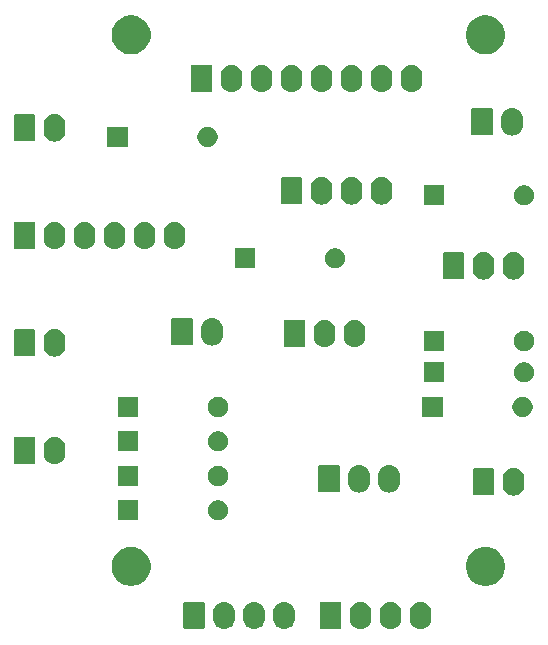
<source format=gbr>
G04 #@! TF.GenerationSoftware,KiCad,Pcbnew,(5.1.5-0-10_14)*
G04 #@! TF.CreationDate,2021-03-15T05:54:54+10:00*
G04 #@! TF.ProjectId,OH - Left Console - 32 - Selective Jettison,4f48202d-204c-4656-9674-20436f6e736f,rev?*
G04 #@! TF.SameCoordinates,Original*
G04 #@! TF.FileFunction,Soldermask,Bot*
G04 #@! TF.FilePolarity,Negative*
%FSLAX46Y46*%
G04 Gerber Fmt 4.6, Leading zero omitted, Abs format (unit mm)*
G04 Created by KiCad (PCBNEW (5.1.5-0-10_14)) date 2021-03-15 05:54:54*
%MOMM*%
%LPD*%
G04 APERTURE LIST*
%ADD10C,0.100000*%
G04 APERTURE END LIST*
D10*
G36*
X88699547Y-115448326D02*
G01*
X88873156Y-115500990D01*
X88873158Y-115500991D01*
X89033155Y-115586511D01*
X89173397Y-115701603D01*
X89252729Y-115798271D01*
X89288489Y-115841844D01*
X89374010Y-116001843D01*
X89426674Y-116175452D01*
X89440000Y-116310756D01*
X89440000Y-116861243D01*
X89426674Y-116996548D01*
X89374010Y-117170157D01*
X89288489Y-117330156D01*
X89252729Y-117373729D01*
X89173397Y-117470397D01*
X89076729Y-117549729D01*
X89033156Y-117585489D01*
X88873157Y-117671010D01*
X88699548Y-117723674D01*
X88519000Y-117741456D01*
X88338453Y-117723674D01*
X88164844Y-117671010D01*
X88004845Y-117585489D01*
X87961272Y-117549729D01*
X87864604Y-117470397D01*
X87749513Y-117330157D01*
X87749512Y-117330155D01*
X87663990Y-117170157D01*
X87611326Y-116996548D01*
X87598000Y-116861244D01*
X87598000Y-116310757D01*
X87611326Y-116175453D01*
X87663990Y-116001844D01*
X87749511Y-115841845D01*
X87749512Y-115841844D01*
X87864603Y-115701603D01*
X87990388Y-115598375D01*
X88004844Y-115586511D01*
X88164843Y-115500990D01*
X88338452Y-115448326D01*
X88519000Y-115430544D01*
X88699547Y-115448326D01*
G37*
G36*
X91239547Y-115448326D02*
G01*
X91413156Y-115500990D01*
X91413158Y-115500991D01*
X91573155Y-115586511D01*
X91713397Y-115701603D01*
X91792729Y-115798271D01*
X91828489Y-115841844D01*
X91914010Y-116001843D01*
X91966674Y-116175452D01*
X91980000Y-116310756D01*
X91980000Y-116861243D01*
X91966674Y-116996548D01*
X91914010Y-117170157D01*
X91828489Y-117330156D01*
X91792729Y-117373729D01*
X91713397Y-117470397D01*
X91616729Y-117549729D01*
X91573156Y-117585489D01*
X91413157Y-117671010D01*
X91239548Y-117723674D01*
X91059000Y-117741456D01*
X90878453Y-117723674D01*
X90704844Y-117671010D01*
X90544845Y-117585489D01*
X90501272Y-117549729D01*
X90404604Y-117470397D01*
X90289513Y-117330157D01*
X90289512Y-117330155D01*
X90203990Y-117170157D01*
X90151326Y-116996548D01*
X90138000Y-116861244D01*
X90138000Y-116310757D01*
X90151326Y-116175453D01*
X90203990Y-116001844D01*
X90289511Y-115841845D01*
X90289512Y-115841844D01*
X90404603Y-115701603D01*
X90530388Y-115598375D01*
X90544844Y-115586511D01*
X90704843Y-115500990D01*
X90878452Y-115448326D01*
X91059000Y-115430544D01*
X91239547Y-115448326D01*
G37*
G36*
X93779547Y-115448326D02*
G01*
X93953156Y-115500990D01*
X93953158Y-115500991D01*
X94113155Y-115586511D01*
X94253397Y-115701603D01*
X94332729Y-115798271D01*
X94368489Y-115841844D01*
X94454010Y-116001843D01*
X94506674Y-116175452D01*
X94520000Y-116310756D01*
X94520000Y-116861243D01*
X94506674Y-116996548D01*
X94454010Y-117170157D01*
X94368489Y-117330156D01*
X94332729Y-117373729D01*
X94253397Y-117470397D01*
X94156729Y-117549729D01*
X94113156Y-117585489D01*
X93953157Y-117671010D01*
X93779548Y-117723674D01*
X93599000Y-117741456D01*
X93418453Y-117723674D01*
X93244844Y-117671010D01*
X93084845Y-117585489D01*
X93041272Y-117549729D01*
X92944604Y-117470397D01*
X92829513Y-117330157D01*
X92829512Y-117330155D01*
X92743990Y-117170157D01*
X92691326Y-116996548D01*
X92678000Y-116861244D01*
X92678000Y-116310757D01*
X92691326Y-116175453D01*
X92743990Y-116001844D01*
X92829511Y-115841845D01*
X92829512Y-115841844D01*
X92944603Y-115701603D01*
X93070388Y-115598375D01*
X93084844Y-115586511D01*
X93244843Y-115500990D01*
X93418452Y-115448326D01*
X93599000Y-115430544D01*
X93779547Y-115448326D01*
G37*
G36*
X100256547Y-115448326D02*
G01*
X100430156Y-115500990D01*
X100430158Y-115500991D01*
X100590155Y-115586511D01*
X100730397Y-115701603D01*
X100809729Y-115798271D01*
X100845489Y-115841844D01*
X100931010Y-116001843D01*
X100983674Y-116175452D01*
X100997000Y-116310756D01*
X100997000Y-116861243D01*
X100983674Y-116996548D01*
X100931010Y-117170157D01*
X100845489Y-117330156D01*
X100809729Y-117373729D01*
X100730397Y-117470397D01*
X100633729Y-117549729D01*
X100590156Y-117585489D01*
X100430157Y-117671010D01*
X100256548Y-117723674D01*
X100076000Y-117741456D01*
X99895453Y-117723674D01*
X99721844Y-117671010D01*
X99561845Y-117585489D01*
X99518272Y-117549729D01*
X99421604Y-117470397D01*
X99306513Y-117330157D01*
X99306512Y-117330155D01*
X99220990Y-117170157D01*
X99168326Y-116996548D01*
X99155000Y-116861244D01*
X99155000Y-116310757D01*
X99168326Y-116175453D01*
X99220990Y-116001844D01*
X99306511Y-115841845D01*
X99306512Y-115841844D01*
X99421603Y-115701603D01*
X99547388Y-115598375D01*
X99561844Y-115586511D01*
X99721843Y-115500990D01*
X99895452Y-115448326D01*
X100076000Y-115430544D01*
X100256547Y-115448326D01*
G37*
G36*
X102796547Y-115448326D02*
G01*
X102970156Y-115500990D01*
X102970158Y-115500991D01*
X103130155Y-115586511D01*
X103270397Y-115701603D01*
X103349729Y-115798271D01*
X103385489Y-115841844D01*
X103471010Y-116001843D01*
X103523674Y-116175452D01*
X103537000Y-116310756D01*
X103537000Y-116861243D01*
X103523674Y-116996548D01*
X103471010Y-117170157D01*
X103385489Y-117330156D01*
X103349729Y-117373729D01*
X103270397Y-117470397D01*
X103173729Y-117549729D01*
X103130156Y-117585489D01*
X102970157Y-117671010D01*
X102796548Y-117723674D01*
X102616000Y-117741456D01*
X102435453Y-117723674D01*
X102261844Y-117671010D01*
X102101845Y-117585489D01*
X102058272Y-117549729D01*
X101961604Y-117470397D01*
X101846513Y-117330157D01*
X101846512Y-117330155D01*
X101760990Y-117170157D01*
X101708326Y-116996548D01*
X101695000Y-116861244D01*
X101695000Y-116310757D01*
X101708326Y-116175453D01*
X101760990Y-116001844D01*
X101846511Y-115841845D01*
X101846512Y-115841844D01*
X101961603Y-115701603D01*
X102087388Y-115598375D01*
X102101844Y-115586511D01*
X102261843Y-115500990D01*
X102435452Y-115448326D01*
X102616000Y-115430544D01*
X102796547Y-115448326D01*
G37*
G36*
X105336547Y-115448326D02*
G01*
X105510156Y-115500990D01*
X105510158Y-115500991D01*
X105670155Y-115586511D01*
X105810397Y-115701603D01*
X105889729Y-115798271D01*
X105925489Y-115841844D01*
X106011010Y-116001843D01*
X106063674Y-116175452D01*
X106077000Y-116310756D01*
X106077000Y-116861243D01*
X106063674Y-116996548D01*
X106011010Y-117170157D01*
X105925489Y-117330156D01*
X105889729Y-117373729D01*
X105810397Y-117470397D01*
X105713729Y-117549729D01*
X105670156Y-117585489D01*
X105510157Y-117671010D01*
X105336548Y-117723674D01*
X105156000Y-117741456D01*
X104975453Y-117723674D01*
X104801844Y-117671010D01*
X104641845Y-117585489D01*
X104598272Y-117549729D01*
X104501604Y-117470397D01*
X104386513Y-117330157D01*
X104386512Y-117330155D01*
X104300990Y-117170157D01*
X104248326Y-116996548D01*
X104235000Y-116861244D01*
X104235000Y-116310757D01*
X104248326Y-116175453D01*
X104300990Y-116001844D01*
X104386511Y-115841845D01*
X104386512Y-115841844D01*
X104501603Y-115701603D01*
X104627388Y-115598375D01*
X104641844Y-115586511D01*
X104801843Y-115500990D01*
X104975452Y-115448326D01*
X105156000Y-115430544D01*
X105336547Y-115448326D01*
G37*
G36*
X98315561Y-115438966D02*
G01*
X98348383Y-115448923D01*
X98378632Y-115465092D01*
X98405148Y-115486852D01*
X98426908Y-115513368D01*
X98443077Y-115543617D01*
X98453034Y-115576439D01*
X98457000Y-115616713D01*
X98457000Y-117555287D01*
X98453034Y-117595561D01*
X98443077Y-117628383D01*
X98426908Y-117658632D01*
X98405148Y-117685148D01*
X98378632Y-117706908D01*
X98348383Y-117723077D01*
X98315561Y-117733034D01*
X98275287Y-117737000D01*
X96796713Y-117737000D01*
X96756439Y-117733034D01*
X96723617Y-117723077D01*
X96693368Y-117706908D01*
X96666852Y-117685148D01*
X96645092Y-117658632D01*
X96628923Y-117628383D01*
X96618966Y-117595561D01*
X96615000Y-117555287D01*
X96615000Y-115616713D01*
X96618966Y-115576439D01*
X96628923Y-115543617D01*
X96645092Y-115513368D01*
X96666852Y-115486852D01*
X96693368Y-115465092D01*
X96723617Y-115448923D01*
X96756439Y-115438966D01*
X96796713Y-115435000D01*
X98275287Y-115435000D01*
X98315561Y-115438966D01*
G37*
G36*
X86758561Y-115438966D02*
G01*
X86791383Y-115448923D01*
X86821632Y-115465092D01*
X86848148Y-115486852D01*
X86869908Y-115513368D01*
X86886077Y-115543617D01*
X86896034Y-115576439D01*
X86900000Y-115616713D01*
X86900000Y-117555287D01*
X86896034Y-117595561D01*
X86886077Y-117628383D01*
X86869908Y-117658632D01*
X86848148Y-117685148D01*
X86821632Y-117706908D01*
X86791383Y-117723077D01*
X86758561Y-117733034D01*
X86718287Y-117737000D01*
X85239713Y-117737000D01*
X85199439Y-117733034D01*
X85166617Y-117723077D01*
X85136368Y-117706908D01*
X85109852Y-117685148D01*
X85088092Y-117658632D01*
X85071923Y-117628383D01*
X85061966Y-117595561D01*
X85058000Y-117555287D01*
X85058000Y-115616713D01*
X85061966Y-115576439D01*
X85071923Y-115543617D01*
X85088092Y-115513368D01*
X85109852Y-115486852D01*
X85136368Y-115465092D01*
X85166617Y-115448923D01*
X85199439Y-115438966D01*
X85239713Y-115435000D01*
X86718287Y-115435000D01*
X86758561Y-115438966D01*
G37*
G36*
X81020256Y-110828298D02*
G01*
X81126579Y-110849447D01*
X81427042Y-110973903D01*
X81697451Y-111154585D01*
X81927415Y-111384549D01*
X82108097Y-111654958D01*
X82232553Y-111955421D01*
X82296000Y-112274391D01*
X82296000Y-112599609D01*
X82232553Y-112918579D01*
X82108097Y-113219042D01*
X81927415Y-113489451D01*
X81697451Y-113719415D01*
X81427042Y-113900097D01*
X81126579Y-114024553D01*
X81020256Y-114045702D01*
X80807611Y-114088000D01*
X80482389Y-114088000D01*
X80269744Y-114045702D01*
X80163421Y-114024553D01*
X79862958Y-113900097D01*
X79592549Y-113719415D01*
X79362585Y-113489451D01*
X79181903Y-113219042D01*
X79057447Y-112918579D01*
X78994000Y-112599609D01*
X78994000Y-112274391D01*
X79057447Y-111955421D01*
X79181903Y-111654958D01*
X79362585Y-111384549D01*
X79592549Y-111154585D01*
X79862958Y-110973903D01*
X80163421Y-110849447D01*
X80269744Y-110828298D01*
X80482389Y-110786000D01*
X80807611Y-110786000D01*
X81020256Y-110828298D01*
G37*
G36*
X111020256Y-110828298D02*
G01*
X111126579Y-110849447D01*
X111427042Y-110973903D01*
X111697451Y-111154585D01*
X111927415Y-111384549D01*
X112108097Y-111654958D01*
X112232553Y-111955421D01*
X112296000Y-112274391D01*
X112296000Y-112599609D01*
X112232553Y-112918579D01*
X112108097Y-113219042D01*
X111927415Y-113489451D01*
X111697451Y-113719415D01*
X111427042Y-113900097D01*
X111126579Y-114024553D01*
X111020256Y-114045702D01*
X110807611Y-114088000D01*
X110482389Y-114088000D01*
X110269744Y-114045702D01*
X110163421Y-114024553D01*
X109862958Y-113900097D01*
X109592549Y-113719415D01*
X109362585Y-113489451D01*
X109181903Y-113219042D01*
X109057447Y-112918579D01*
X108994000Y-112599609D01*
X108994000Y-112274391D01*
X109057447Y-111955421D01*
X109181903Y-111654958D01*
X109362585Y-111384549D01*
X109592549Y-111154585D01*
X109862958Y-110973903D01*
X110163421Y-110849447D01*
X110269744Y-110828298D01*
X110482389Y-110786000D01*
X110807611Y-110786000D01*
X111020256Y-110828298D01*
G37*
G36*
X88259228Y-106877703D02*
G01*
X88414100Y-106941853D01*
X88553481Y-107034985D01*
X88672015Y-107153519D01*
X88765147Y-107292900D01*
X88829297Y-107447772D01*
X88862000Y-107612184D01*
X88862000Y-107779816D01*
X88829297Y-107944228D01*
X88765147Y-108099100D01*
X88672015Y-108238481D01*
X88553481Y-108357015D01*
X88414100Y-108450147D01*
X88259228Y-108514297D01*
X88094816Y-108547000D01*
X87927184Y-108547000D01*
X87762772Y-108514297D01*
X87607900Y-108450147D01*
X87468519Y-108357015D01*
X87349985Y-108238481D01*
X87256853Y-108099100D01*
X87192703Y-107944228D01*
X87160000Y-107779816D01*
X87160000Y-107612184D01*
X87192703Y-107447772D01*
X87256853Y-107292900D01*
X87349985Y-107153519D01*
X87468519Y-107034985D01*
X87607900Y-106941853D01*
X87762772Y-106877703D01*
X87927184Y-106845000D01*
X88094816Y-106845000D01*
X88259228Y-106877703D01*
G37*
G36*
X81242000Y-108547000D02*
G01*
X79540000Y-108547000D01*
X79540000Y-106845000D01*
X81242000Y-106845000D01*
X81242000Y-108547000D01*
G37*
G36*
X113210547Y-104145326D02*
G01*
X113384156Y-104197990D01*
X113384158Y-104197991D01*
X113544155Y-104283511D01*
X113684397Y-104398603D01*
X113722345Y-104444844D01*
X113799489Y-104538844D01*
X113885010Y-104698843D01*
X113937674Y-104872452D01*
X113951000Y-105007756D01*
X113951000Y-105558243D01*
X113937674Y-105693548D01*
X113885010Y-105867157D01*
X113799489Y-106027156D01*
X113770581Y-106062380D01*
X113684397Y-106167397D01*
X113587729Y-106246729D01*
X113544156Y-106282489D01*
X113384157Y-106368010D01*
X113210548Y-106420674D01*
X113030000Y-106438456D01*
X112849453Y-106420674D01*
X112675844Y-106368010D01*
X112515845Y-106282489D01*
X112472272Y-106246729D01*
X112375604Y-106167397D01*
X112260513Y-106027157D01*
X112260512Y-106027155D01*
X112174990Y-105867157D01*
X112122326Y-105693548D01*
X112109000Y-105558244D01*
X112109000Y-105007757D01*
X112122326Y-104872453D01*
X112174990Y-104698844D01*
X112260511Y-104538845D01*
X112270420Y-104526771D01*
X112375603Y-104398603D01*
X112514219Y-104284845D01*
X112515844Y-104283511D01*
X112675843Y-104197990D01*
X112849452Y-104145326D01*
X113030000Y-104127544D01*
X113210547Y-104145326D01*
G37*
G36*
X111269561Y-104135966D02*
G01*
X111302383Y-104145923D01*
X111332632Y-104162092D01*
X111359148Y-104183852D01*
X111380908Y-104210368D01*
X111397077Y-104240617D01*
X111407034Y-104273439D01*
X111411000Y-104313713D01*
X111411000Y-106252287D01*
X111407034Y-106292561D01*
X111397077Y-106325383D01*
X111380908Y-106355632D01*
X111359148Y-106382148D01*
X111332632Y-106403908D01*
X111302383Y-106420077D01*
X111269561Y-106430034D01*
X111229287Y-106434000D01*
X109750713Y-106434000D01*
X109710439Y-106430034D01*
X109677617Y-106420077D01*
X109647368Y-106403908D01*
X109620852Y-106382148D01*
X109599092Y-106355632D01*
X109582923Y-106325383D01*
X109572966Y-106292561D01*
X109569000Y-106252287D01*
X109569000Y-104313713D01*
X109572966Y-104273439D01*
X109582923Y-104240617D01*
X109599092Y-104210368D01*
X109620852Y-104183852D01*
X109647368Y-104162092D01*
X109677617Y-104145923D01*
X109710439Y-104135966D01*
X109750713Y-104132000D01*
X111229287Y-104132000D01*
X111269561Y-104135966D01*
G37*
G36*
X102669547Y-103891326D02*
G01*
X102843156Y-103943990D01*
X102843158Y-103943991D01*
X103003155Y-104029511D01*
X103143397Y-104144603D01*
X103222193Y-104240617D01*
X103258489Y-104284844D01*
X103344010Y-104444843D01*
X103396674Y-104618452D01*
X103410000Y-104753756D01*
X103410000Y-105304243D01*
X103396674Y-105439548D01*
X103344010Y-105613157D01*
X103258489Y-105773156D01*
X103222729Y-105816729D01*
X103143397Y-105913397D01*
X103046729Y-105992729D01*
X103003156Y-106028489D01*
X102843157Y-106114010D01*
X102669548Y-106166674D01*
X102489000Y-106184456D01*
X102308453Y-106166674D01*
X102134844Y-106114010D01*
X101974845Y-106028489D01*
X101931272Y-105992729D01*
X101834604Y-105913397D01*
X101719513Y-105773157D01*
X101719512Y-105773155D01*
X101633990Y-105613157D01*
X101581326Y-105439548D01*
X101568000Y-105304244D01*
X101568000Y-104753757D01*
X101581326Y-104618453D01*
X101633990Y-104444844D01*
X101719511Y-104284845D01*
X101748419Y-104249620D01*
X101834603Y-104144603D01*
X101960388Y-104041375D01*
X101974844Y-104029511D01*
X102134843Y-103943990D01*
X102308452Y-103891326D01*
X102489000Y-103873544D01*
X102669547Y-103891326D01*
G37*
G36*
X100129547Y-103891326D02*
G01*
X100303156Y-103943990D01*
X100303158Y-103943991D01*
X100463155Y-104029511D01*
X100603397Y-104144603D01*
X100682193Y-104240617D01*
X100718489Y-104284844D01*
X100804010Y-104444843D01*
X100856674Y-104618452D01*
X100870000Y-104753756D01*
X100870000Y-105304243D01*
X100856674Y-105439548D01*
X100804010Y-105613157D01*
X100718489Y-105773156D01*
X100682729Y-105816729D01*
X100603397Y-105913397D01*
X100506729Y-105992729D01*
X100463156Y-106028489D01*
X100303157Y-106114010D01*
X100129548Y-106166674D01*
X99949000Y-106184456D01*
X99768453Y-106166674D01*
X99594844Y-106114010D01*
X99434845Y-106028489D01*
X99391272Y-105992729D01*
X99294604Y-105913397D01*
X99179513Y-105773157D01*
X99179512Y-105773155D01*
X99093990Y-105613157D01*
X99041326Y-105439548D01*
X99028000Y-105304244D01*
X99028000Y-104753757D01*
X99041326Y-104618453D01*
X99093990Y-104444844D01*
X99179511Y-104284845D01*
X99208419Y-104249620D01*
X99294603Y-104144603D01*
X99420388Y-104041375D01*
X99434844Y-104029511D01*
X99594843Y-103943990D01*
X99768452Y-103891326D01*
X99949000Y-103873544D01*
X100129547Y-103891326D01*
G37*
G36*
X98188561Y-103881966D02*
G01*
X98221383Y-103891923D01*
X98251632Y-103908092D01*
X98278148Y-103929852D01*
X98299908Y-103956368D01*
X98316077Y-103986617D01*
X98326034Y-104019439D01*
X98330000Y-104059713D01*
X98330000Y-105998287D01*
X98326034Y-106038561D01*
X98316077Y-106071383D01*
X98299908Y-106101632D01*
X98278148Y-106128148D01*
X98251632Y-106149908D01*
X98221383Y-106166077D01*
X98188561Y-106176034D01*
X98148287Y-106180000D01*
X96669713Y-106180000D01*
X96629439Y-106176034D01*
X96596617Y-106166077D01*
X96566368Y-106149908D01*
X96539852Y-106128148D01*
X96518092Y-106101632D01*
X96501923Y-106071383D01*
X96491966Y-106038561D01*
X96488000Y-105998287D01*
X96488000Y-104059713D01*
X96491966Y-104019439D01*
X96501923Y-103986617D01*
X96518092Y-103956368D01*
X96539852Y-103929852D01*
X96566368Y-103908092D01*
X96596617Y-103891923D01*
X96629439Y-103881966D01*
X96669713Y-103878000D01*
X98148287Y-103878000D01*
X98188561Y-103881966D01*
G37*
G36*
X81242000Y-105626000D02*
G01*
X79540000Y-105626000D01*
X79540000Y-103924000D01*
X81242000Y-103924000D01*
X81242000Y-105626000D01*
G37*
G36*
X88259228Y-103956703D02*
G01*
X88414100Y-104020853D01*
X88553481Y-104113985D01*
X88672015Y-104232519D01*
X88765147Y-104371900D01*
X88829297Y-104526772D01*
X88862000Y-104691184D01*
X88862000Y-104858816D01*
X88829297Y-105023228D01*
X88765147Y-105178100D01*
X88672015Y-105317481D01*
X88553481Y-105436015D01*
X88414100Y-105529147D01*
X88259228Y-105593297D01*
X88094816Y-105626000D01*
X87927184Y-105626000D01*
X87762772Y-105593297D01*
X87607900Y-105529147D01*
X87468519Y-105436015D01*
X87349985Y-105317481D01*
X87256853Y-105178100D01*
X87192703Y-105023228D01*
X87160000Y-104858816D01*
X87160000Y-104691184D01*
X87192703Y-104526772D01*
X87256853Y-104371900D01*
X87349985Y-104232519D01*
X87468519Y-104113985D01*
X87607900Y-104020853D01*
X87762772Y-103956703D01*
X87927184Y-103924000D01*
X88094816Y-103924000D01*
X88259228Y-103956703D01*
G37*
G36*
X74348547Y-101478326D02*
G01*
X74522156Y-101530990D01*
X74522158Y-101530991D01*
X74682155Y-101616511D01*
X74822397Y-101731603D01*
X74901729Y-101828271D01*
X74937489Y-101871844D01*
X75023010Y-102031843D01*
X75075674Y-102205452D01*
X75089000Y-102340756D01*
X75089000Y-102891243D01*
X75075674Y-103026548D01*
X75023010Y-103200157D01*
X74937489Y-103360156D01*
X74901729Y-103403729D01*
X74822397Y-103500397D01*
X74725729Y-103579729D01*
X74682156Y-103615489D01*
X74522157Y-103701010D01*
X74348548Y-103753674D01*
X74168000Y-103771456D01*
X73987453Y-103753674D01*
X73813844Y-103701010D01*
X73653845Y-103615489D01*
X73610272Y-103579729D01*
X73513604Y-103500397D01*
X73398513Y-103360157D01*
X73398512Y-103360155D01*
X73312990Y-103200157D01*
X73260326Y-103026548D01*
X73247000Y-102891244D01*
X73247000Y-102340757D01*
X73260326Y-102205453D01*
X73312990Y-102031844D01*
X73398511Y-101871845D01*
X73398512Y-101871844D01*
X73513603Y-101731603D01*
X73639388Y-101628375D01*
X73653844Y-101616511D01*
X73813843Y-101530990D01*
X73987452Y-101478326D01*
X74168000Y-101460544D01*
X74348547Y-101478326D01*
G37*
G36*
X72407561Y-101468966D02*
G01*
X72440383Y-101478923D01*
X72470632Y-101495092D01*
X72497148Y-101516852D01*
X72518908Y-101543368D01*
X72535077Y-101573617D01*
X72545034Y-101606439D01*
X72549000Y-101646713D01*
X72549000Y-103585287D01*
X72545034Y-103625561D01*
X72535077Y-103658383D01*
X72518908Y-103688632D01*
X72497148Y-103715148D01*
X72470632Y-103736908D01*
X72440383Y-103753077D01*
X72407561Y-103763034D01*
X72367287Y-103767000D01*
X70888713Y-103767000D01*
X70848439Y-103763034D01*
X70815617Y-103753077D01*
X70785368Y-103736908D01*
X70758852Y-103715148D01*
X70737092Y-103688632D01*
X70720923Y-103658383D01*
X70710966Y-103625561D01*
X70707000Y-103585287D01*
X70707000Y-101646713D01*
X70710966Y-101606439D01*
X70720923Y-101573617D01*
X70737092Y-101543368D01*
X70758852Y-101516852D01*
X70785368Y-101495092D01*
X70815617Y-101478923D01*
X70848439Y-101468966D01*
X70888713Y-101465000D01*
X72367287Y-101465000D01*
X72407561Y-101468966D01*
G37*
G36*
X81242000Y-102705000D02*
G01*
X79540000Y-102705000D01*
X79540000Y-101003000D01*
X81242000Y-101003000D01*
X81242000Y-102705000D01*
G37*
G36*
X88259228Y-101035703D02*
G01*
X88414100Y-101099853D01*
X88553481Y-101192985D01*
X88672015Y-101311519D01*
X88765147Y-101450900D01*
X88829297Y-101605772D01*
X88862000Y-101770184D01*
X88862000Y-101937816D01*
X88829297Y-102102228D01*
X88765147Y-102257100D01*
X88672015Y-102396481D01*
X88553481Y-102515015D01*
X88414100Y-102608147D01*
X88259228Y-102672297D01*
X88094816Y-102705000D01*
X87927184Y-102705000D01*
X87762772Y-102672297D01*
X87607900Y-102608147D01*
X87468519Y-102515015D01*
X87349985Y-102396481D01*
X87256853Y-102257100D01*
X87192703Y-102102228D01*
X87160000Y-101937816D01*
X87160000Y-101770184D01*
X87192703Y-101605772D01*
X87256853Y-101450900D01*
X87349985Y-101311519D01*
X87468519Y-101192985D01*
X87607900Y-101099853D01*
X87762772Y-101035703D01*
X87927184Y-101003000D01*
X88094816Y-101003000D01*
X88259228Y-101035703D01*
G37*
G36*
X81242000Y-99784000D02*
G01*
X79540000Y-99784000D01*
X79540000Y-98082000D01*
X81242000Y-98082000D01*
X81242000Y-99784000D01*
G37*
G36*
X88259228Y-98114703D02*
G01*
X88414100Y-98178853D01*
X88553481Y-98271985D01*
X88672015Y-98390519D01*
X88765147Y-98529900D01*
X88829297Y-98684772D01*
X88862000Y-98849184D01*
X88862000Y-99016816D01*
X88829297Y-99181228D01*
X88765147Y-99336100D01*
X88672015Y-99475481D01*
X88553481Y-99594015D01*
X88414100Y-99687147D01*
X88259228Y-99751297D01*
X88094816Y-99784000D01*
X87927184Y-99784000D01*
X87762772Y-99751297D01*
X87607900Y-99687147D01*
X87468519Y-99594015D01*
X87349985Y-99475481D01*
X87256853Y-99336100D01*
X87192703Y-99181228D01*
X87160000Y-99016816D01*
X87160000Y-98849184D01*
X87192703Y-98684772D01*
X87256853Y-98529900D01*
X87349985Y-98390519D01*
X87468519Y-98271985D01*
X87607900Y-98178853D01*
X87762772Y-98114703D01*
X87927184Y-98082000D01*
X88094816Y-98082000D01*
X88259228Y-98114703D01*
G37*
G36*
X107023000Y-99784000D02*
G01*
X105321000Y-99784000D01*
X105321000Y-98082000D01*
X107023000Y-98082000D01*
X107023000Y-99784000D01*
G37*
G36*
X114040228Y-98114703D02*
G01*
X114195100Y-98178853D01*
X114334481Y-98271985D01*
X114453015Y-98390519D01*
X114546147Y-98529900D01*
X114610297Y-98684772D01*
X114643000Y-98849184D01*
X114643000Y-99016816D01*
X114610297Y-99181228D01*
X114546147Y-99336100D01*
X114453015Y-99475481D01*
X114334481Y-99594015D01*
X114195100Y-99687147D01*
X114040228Y-99751297D01*
X113875816Y-99784000D01*
X113708184Y-99784000D01*
X113543772Y-99751297D01*
X113388900Y-99687147D01*
X113249519Y-99594015D01*
X113130985Y-99475481D01*
X113037853Y-99336100D01*
X112973703Y-99181228D01*
X112941000Y-99016816D01*
X112941000Y-98849184D01*
X112973703Y-98684772D01*
X113037853Y-98529900D01*
X113130985Y-98390519D01*
X113249519Y-98271985D01*
X113388900Y-98178853D01*
X113543772Y-98114703D01*
X113708184Y-98082000D01*
X113875816Y-98082000D01*
X114040228Y-98114703D01*
G37*
G36*
X114167228Y-95193703D02*
G01*
X114322100Y-95257853D01*
X114461481Y-95350985D01*
X114580015Y-95469519D01*
X114673147Y-95608900D01*
X114737297Y-95763772D01*
X114770000Y-95928184D01*
X114770000Y-96095816D01*
X114737297Y-96260228D01*
X114673147Y-96415100D01*
X114580015Y-96554481D01*
X114461481Y-96673015D01*
X114322100Y-96766147D01*
X114167228Y-96830297D01*
X114002816Y-96863000D01*
X113835184Y-96863000D01*
X113670772Y-96830297D01*
X113515900Y-96766147D01*
X113376519Y-96673015D01*
X113257985Y-96554481D01*
X113164853Y-96415100D01*
X113100703Y-96260228D01*
X113068000Y-96095816D01*
X113068000Y-95928184D01*
X113100703Y-95763772D01*
X113164853Y-95608900D01*
X113257985Y-95469519D01*
X113376519Y-95350985D01*
X113515900Y-95257853D01*
X113670772Y-95193703D01*
X113835184Y-95161000D01*
X114002816Y-95161000D01*
X114167228Y-95193703D01*
G37*
G36*
X107150000Y-96863000D02*
G01*
X105448000Y-96863000D01*
X105448000Y-95161000D01*
X107150000Y-95161000D01*
X107150000Y-96863000D01*
G37*
G36*
X74348547Y-92376626D02*
G01*
X74522156Y-92429290D01*
X74522158Y-92429291D01*
X74682155Y-92514811D01*
X74822397Y-92629903D01*
X74866780Y-92683985D01*
X74937489Y-92770144D01*
X75023010Y-92930143D01*
X75075674Y-93103752D01*
X75089000Y-93239056D01*
X75089000Y-93789543D01*
X75075674Y-93924848D01*
X75023010Y-94098457D01*
X74937489Y-94258456D01*
X74901729Y-94302029D01*
X74822397Y-94398697D01*
X74725729Y-94478029D01*
X74682156Y-94513789D01*
X74522157Y-94599310D01*
X74348548Y-94651974D01*
X74168000Y-94669756D01*
X73987453Y-94651974D01*
X73813844Y-94599310D01*
X73653845Y-94513789D01*
X73610272Y-94478029D01*
X73513604Y-94398697D01*
X73398513Y-94258457D01*
X73398512Y-94258455D01*
X73312990Y-94098457D01*
X73260326Y-93924848D01*
X73247000Y-93789544D01*
X73247000Y-93239057D01*
X73260326Y-93103753D01*
X73312990Y-92930144D01*
X73398511Y-92770145D01*
X73398512Y-92770144D01*
X73513603Y-92629903D01*
X73617043Y-92545013D01*
X73653844Y-92514811D01*
X73813843Y-92429290D01*
X73987452Y-92376626D01*
X74168000Y-92358844D01*
X74348547Y-92376626D01*
G37*
G36*
X72407561Y-92367266D02*
G01*
X72440383Y-92377223D01*
X72470632Y-92393392D01*
X72497148Y-92415152D01*
X72518908Y-92441668D01*
X72535077Y-92471917D01*
X72545034Y-92504739D01*
X72549000Y-92545013D01*
X72549000Y-94483587D01*
X72545034Y-94523861D01*
X72535077Y-94556683D01*
X72518908Y-94586932D01*
X72497148Y-94613448D01*
X72470632Y-94635208D01*
X72440383Y-94651377D01*
X72407561Y-94661334D01*
X72367287Y-94665300D01*
X70888713Y-94665300D01*
X70848439Y-94661334D01*
X70815617Y-94651377D01*
X70785368Y-94635208D01*
X70758852Y-94613448D01*
X70737092Y-94586932D01*
X70720923Y-94556683D01*
X70710966Y-94523861D01*
X70707000Y-94483587D01*
X70707000Y-92545013D01*
X70710966Y-92504739D01*
X70720923Y-92471917D01*
X70737092Y-92441668D01*
X70758852Y-92415152D01*
X70785368Y-92393392D01*
X70815617Y-92377223D01*
X70848439Y-92367266D01*
X70888713Y-92363300D01*
X72367287Y-92363300D01*
X72407561Y-92367266D01*
G37*
G36*
X107150000Y-94196000D02*
G01*
X105448000Y-94196000D01*
X105448000Y-92494000D01*
X107150000Y-92494000D01*
X107150000Y-94196000D01*
G37*
G36*
X114167228Y-92526703D02*
G01*
X114322100Y-92590853D01*
X114461481Y-92683985D01*
X114580015Y-92802519D01*
X114673147Y-92941900D01*
X114737297Y-93096772D01*
X114770000Y-93261184D01*
X114770000Y-93428816D01*
X114737297Y-93593228D01*
X114673147Y-93748100D01*
X114580015Y-93887481D01*
X114461481Y-94006015D01*
X114322100Y-94099147D01*
X114167228Y-94163297D01*
X114002816Y-94196000D01*
X113835184Y-94196000D01*
X113670772Y-94163297D01*
X113515900Y-94099147D01*
X113376519Y-94006015D01*
X113257985Y-93887481D01*
X113164853Y-93748100D01*
X113100703Y-93593228D01*
X113068000Y-93428816D01*
X113068000Y-93261184D01*
X113100703Y-93096772D01*
X113164853Y-92941900D01*
X113257985Y-92802519D01*
X113376519Y-92683985D01*
X113515900Y-92590853D01*
X113670772Y-92526703D01*
X113835184Y-92494000D01*
X114002816Y-92494000D01*
X114167228Y-92526703D01*
G37*
G36*
X97208547Y-91572326D02*
G01*
X97382156Y-91624990D01*
X97382158Y-91624991D01*
X97542155Y-91710511D01*
X97682397Y-91825603D01*
X97761729Y-91922271D01*
X97797489Y-91965844D01*
X97883010Y-92125843D01*
X97935674Y-92299452D01*
X97949000Y-92434756D01*
X97949000Y-92985243D01*
X97935674Y-93120548D01*
X97883010Y-93294157D01*
X97797489Y-93454156D01*
X97761729Y-93497729D01*
X97682397Y-93594397D01*
X97606741Y-93656485D01*
X97542156Y-93709489D01*
X97382157Y-93795010D01*
X97208548Y-93847674D01*
X97028000Y-93865456D01*
X96847453Y-93847674D01*
X96673844Y-93795010D01*
X96513845Y-93709489D01*
X96449260Y-93656485D01*
X96373604Y-93594397D01*
X96258513Y-93454157D01*
X96258512Y-93454155D01*
X96172990Y-93294157D01*
X96120326Y-93120548D01*
X96107818Y-92993546D01*
X96107000Y-92985245D01*
X96107000Y-92434756D01*
X96112054Y-92383446D01*
X96120326Y-92299453D01*
X96172990Y-92125844D01*
X96258511Y-91965845D01*
X96258512Y-91965844D01*
X96373603Y-91825603D01*
X96499388Y-91722375D01*
X96513844Y-91710511D01*
X96673843Y-91624990D01*
X96847452Y-91572326D01*
X97028000Y-91554544D01*
X97208547Y-91572326D01*
G37*
G36*
X99748547Y-91572326D02*
G01*
X99922156Y-91624990D01*
X99922158Y-91624991D01*
X100082155Y-91710511D01*
X100222397Y-91825603D01*
X100301729Y-91922271D01*
X100337489Y-91965844D01*
X100423010Y-92125843D01*
X100475674Y-92299452D01*
X100489000Y-92434756D01*
X100489000Y-92985243D01*
X100475674Y-93120548D01*
X100423010Y-93294157D01*
X100337489Y-93454156D01*
X100301729Y-93497729D01*
X100222397Y-93594397D01*
X100146741Y-93656485D01*
X100082156Y-93709489D01*
X99922157Y-93795010D01*
X99748548Y-93847674D01*
X99568000Y-93865456D01*
X99387453Y-93847674D01*
X99213844Y-93795010D01*
X99053845Y-93709489D01*
X98989260Y-93656485D01*
X98913604Y-93594397D01*
X98798513Y-93454157D01*
X98798512Y-93454155D01*
X98712990Y-93294157D01*
X98660326Y-93120548D01*
X98647818Y-92993546D01*
X98647000Y-92985245D01*
X98647000Y-92434756D01*
X98652054Y-92383446D01*
X98660326Y-92299453D01*
X98712990Y-92125844D01*
X98798511Y-91965845D01*
X98798512Y-91965844D01*
X98913603Y-91825603D01*
X99039388Y-91722375D01*
X99053844Y-91710511D01*
X99213843Y-91624990D01*
X99387452Y-91572326D01*
X99568000Y-91554544D01*
X99748547Y-91572326D01*
G37*
G36*
X95267561Y-91562966D02*
G01*
X95300383Y-91572923D01*
X95330632Y-91589092D01*
X95357148Y-91610852D01*
X95378908Y-91637368D01*
X95395077Y-91667617D01*
X95405034Y-91700439D01*
X95409000Y-91740713D01*
X95409000Y-93679287D01*
X95405034Y-93719561D01*
X95395077Y-93752383D01*
X95378908Y-93782632D01*
X95357148Y-93809148D01*
X95330632Y-93830908D01*
X95300383Y-93847077D01*
X95267561Y-93857034D01*
X95227287Y-93861000D01*
X93748713Y-93861000D01*
X93708439Y-93857034D01*
X93675617Y-93847077D01*
X93645368Y-93830908D01*
X93618852Y-93809148D01*
X93597092Y-93782632D01*
X93580923Y-93752383D01*
X93570966Y-93719561D01*
X93567000Y-93679287D01*
X93567000Y-91740713D01*
X93570966Y-91700439D01*
X93580923Y-91667617D01*
X93597092Y-91637368D01*
X93618852Y-91610852D01*
X93645368Y-91589092D01*
X93675617Y-91572923D01*
X93708439Y-91562966D01*
X93748713Y-91559000D01*
X95227287Y-91559000D01*
X95267561Y-91562966D01*
G37*
G36*
X87683547Y-91445326D02*
G01*
X87857156Y-91497990D01*
X87857158Y-91497991D01*
X88017155Y-91583511D01*
X88157397Y-91698603D01*
X88217650Y-91772023D01*
X88272489Y-91838844D01*
X88358010Y-91998843D01*
X88410674Y-92172452D01*
X88410674Y-92172454D01*
X88423183Y-92299455D01*
X88424000Y-92307756D01*
X88424000Y-92858243D01*
X88410674Y-92993548D01*
X88358010Y-93167157D01*
X88272489Y-93327156D01*
X88236729Y-93370729D01*
X88157397Y-93467397D01*
X88060729Y-93546729D01*
X88017156Y-93582489D01*
X87857157Y-93668010D01*
X87683548Y-93720674D01*
X87503000Y-93738456D01*
X87322453Y-93720674D01*
X87148844Y-93668010D01*
X86988845Y-93582489D01*
X86945272Y-93546729D01*
X86848604Y-93467397D01*
X86733513Y-93327157D01*
X86733512Y-93327155D01*
X86647990Y-93167157D01*
X86595326Y-92993548D01*
X86582000Y-92858244D01*
X86582000Y-92307757D01*
X86595326Y-92172453D01*
X86647990Y-91998844D01*
X86733511Y-91838845D01*
X86733512Y-91838844D01*
X86848603Y-91698603D01*
X86955529Y-91610852D01*
X86988844Y-91583511D01*
X87148843Y-91497990D01*
X87322452Y-91445326D01*
X87503000Y-91427544D01*
X87683547Y-91445326D01*
G37*
G36*
X85742561Y-91435966D02*
G01*
X85775383Y-91445923D01*
X85805632Y-91462092D01*
X85832148Y-91483852D01*
X85853908Y-91510368D01*
X85870077Y-91540617D01*
X85880034Y-91573439D01*
X85884000Y-91613713D01*
X85884000Y-93552287D01*
X85880034Y-93592561D01*
X85870077Y-93625383D01*
X85853908Y-93655632D01*
X85832148Y-93682148D01*
X85805632Y-93703908D01*
X85775383Y-93720077D01*
X85742561Y-93730034D01*
X85702287Y-93734000D01*
X84223713Y-93734000D01*
X84183439Y-93730034D01*
X84150617Y-93720077D01*
X84120368Y-93703908D01*
X84093852Y-93682148D01*
X84072092Y-93655632D01*
X84055923Y-93625383D01*
X84045966Y-93592561D01*
X84042000Y-93552287D01*
X84042000Y-91613713D01*
X84045966Y-91573439D01*
X84055923Y-91540617D01*
X84072092Y-91510368D01*
X84093852Y-91483852D01*
X84120368Y-91462092D01*
X84150617Y-91445923D01*
X84183439Y-91435966D01*
X84223713Y-91432000D01*
X85702287Y-91432000D01*
X85742561Y-91435966D01*
G37*
G36*
X113210547Y-85857326D02*
G01*
X113384156Y-85909990D01*
X113384158Y-85909991D01*
X113544155Y-85995511D01*
X113684397Y-86110603D01*
X113763729Y-86207271D01*
X113799489Y-86250844D01*
X113885010Y-86410843D01*
X113937674Y-86584452D01*
X113951000Y-86719756D01*
X113951000Y-87270243D01*
X113937674Y-87405548D01*
X113885010Y-87579157D01*
X113799489Y-87739156D01*
X113763729Y-87782729D01*
X113684397Y-87879397D01*
X113587729Y-87958729D01*
X113544156Y-87994489D01*
X113384157Y-88080010D01*
X113210548Y-88132674D01*
X113030000Y-88150456D01*
X112849453Y-88132674D01*
X112675844Y-88080010D01*
X112515845Y-87994489D01*
X112472272Y-87958729D01*
X112375604Y-87879397D01*
X112260513Y-87739157D01*
X112260512Y-87739155D01*
X112174990Y-87579157D01*
X112122326Y-87405548D01*
X112109000Y-87270244D01*
X112109000Y-86719757D01*
X112122326Y-86584453D01*
X112174990Y-86410844D01*
X112260511Y-86250845D01*
X112260512Y-86250844D01*
X112375603Y-86110603D01*
X112501388Y-86007375D01*
X112515844Y-85995511D01*
X112675843Y-85909990D01*
X112849452Y-85857326D01*
X113030000Y-85839544D01*
X113210547Y-85857326D01*
G37*
G36*
X110670547Y-85857326D02*
G01*
X110844156Y-85909990D01*
X110844158Y-85909991D01*
X111004155Y-85995511D01*
X111144397Y-86110603D01*
X111223729Y-86207271D01*
X111259489Y-86250844D01*
X111345010Y-86410843D01*
X111397674Y-86584452D01*
X111411000Y-86719756D01*
X111411000Y-87270243D01*
X111397674Y-87405548D01*
X111345010Y-87579157D01*
X111259489Y-87739156D01*
X111223729Y-87782729D01*
X111144397Y-87879397D01*
X111047729Y-87958729D01*
X111004156Y-87994489D01*
X110844157Y-88080010D01*
X110670548Y-88132674D01*
X110490000Y-88150456D01*
X110309453Y-88132674D01*
X110135844Y-88080010D01*
X109975845Y-87994489D01*
X109932272Y-87958729D01*
X109835604Y-87879397D01*
X109720513Y-87739157D01*
X109720512Y-87739155D01*
X109634990Y-87579157D01*
X109582326Y-87405548D01*
X109569000Y-87270244D01*
X109569000Y-86719757D01*
X109582326Y-86584453D01*
X109634990Y-86410844D01*
X109720511Y-86250845D01*
X109720512Y-86250844D01*
X109835603Y-86110603D01*
X109961388Y-86007375D01*
X109975844Y-85995511D01*
X110135843Y-85909990D01*
X110309452Y-85857326D01*
X110490000Y-85839544D01*
X110670547Y-85857326D01*
G37*
G36*
X108729561Y-85847966D02*
G01*
X108762383Y-85857923D01*
X108792632Y-85874092D01*
X108819148Y-85895852D01*
X108840908Y-85922368D01*
X108857077Y-85952617D01*
X108867034Y-85985439D01*
X108871000Y-86025713D01*
X108871000Y-87964287D01*
X108867034Y-88004561D01*
X108857077Y-88037383D01*
X108840908Y-88067632D01*
X108819148Y-88094148D01*
X108792632Y-88115908D01*
X108762383Y-88132077D01*
X108729561Y-88142034D01*
X108689287Y-88146000D01*
X107210713Y-88146000D01*
X107170439Y-88142034D01*
X107137617Y-88132077D01*
X107107368Y-88115908D01*
X107080852Y-88094148D01*
X107059092Y-88067632D01*
X107042923Y-88037383D01*
X107032966Y-88004561D01*
X107029000Y-87964287D01*
X107029000Y-86025713D01*
X107032966Y-85985439D01*
X107042923Y-85952617D01*
X107059092Y-85922368D01*
X107080852Y-85895852D01*
X107107368Y-85874092D01*
X107137617Y-85857923D01*
X107170439Y-85847966D01*
X107210713Y-85844000D01*
X108689287Y-85844000D01*
X108729561Y-85847966D01*
G37*
G36*
X91148000Y-87211000D02*
G01*
X89446000Y-87211000D01*
X89446000Y-85509000D01*
X91148000Y-85509000D01*
X91148000Y-87211000D01*
G37*
G36*
X98165228Y-85541703D02*
G01*
X98320100Y-85605853D01*
X98459481Y-85698985D01*
X98578015Y-85817519D01*
X98671147Y-85956900D01*
X98735297Y-86111772D01*
X98768000Y-86276184D01*
X98768000Y-86443816D01*
X98735297Y-86608228D01*
X98671147Y-86763100D01*
X98578015Y-86902481D01*
X98459481Y-87021015D01*
X98320100Y-87114147D01*
X98165228Y-87178297D01*
X98000816Y-87211000D01*
X97833184Y-87211000D01*
X97668772Y-87178297D01*
X97513900Y-87114147D01*
X97374519Y-87021015D01*
X97255985Y-86902481D01*
X97162853Y-86763100D01*
X97098703Y-86608228D01*
X97066000Y-86443816D01*
X97066000Y-86276184D01*
X97098703Y-86111772D01*
X97162853Y-85956900D01*
X97255985Y-85817519D01*
X97374519Y-85698985D01*
X97513900Y-85605853D01*
X97668772Y-85541703D01*
X97833184Y-85509000D01*
X98000816Y-85509000D01*
X98165228Y-85541703D01*
G37*
G36*
X84508547Y-83275026D02*
G01*
X84682156Y-83327690D01*
X84682158Y-83327691D01*
X84842155Y-83413211D01*
X84982397Y-83528303D01*
X85061729Y-83624971D01*
X85097489Y-83668544D01*
X85183010Y-83828543D01*
X85235674Y-84002152D01*
X85249000Y-84137456D01*
X85249000Y-84687943D01*
X85235674Y-84823248D01*
X85183010Y-84996857D01*
X85097489Y-85156856D01*
X85061729Y-85200429D01*
X84982397Y-85297097D01*
X84885729Y-85376429D01*
X84842156Y-85412189D01*
X84682157Y-85497710D01*
X84508548Y-85550374D01*
X84328000Y-85568156D01*
X84147453Y-85550374D01*
X83973844Y-85497710D01*
X83813845Y-85412189D01*
X83770272Y-85376429D01*
X83673604Y-85297097D01*
X83558513Y-85156857D01*
X83558512Y-85156855D01*
X83472990Y-84996857D01*
X83420326Y-84823248D01*
X83407000Y-84687944D01*
X83407000Y-84137457D01*
X83420326Y-84002153D01*
X83472990Y-83828544D01*
X83558511Y-83668545D01*
X83558512Y-83668544D01*
X83673603Y-83528303D01*
X83799388Y-83425075D01*
X83813844Y-83413211D01*
X83973843Y-83327690D01*
X84147452Y-83275026D01*
X84328000Y-83257244D01*
X84508547Y-83275026D01*
G37*
G36*
X74348547Y-83275026D02*
G01*
X74522156Y-83327690D01*
X74522158Y-83327691D01*
X74682155Y-83413211D01*
X74822397Y-83528303D01*
X74901729Y-83624971D01*
X74937489Y-83668544D01*
X75023010Y-83828543D01*
X75075674Y-84002152D01*
X75089000Y-84137456D01*
X75089000Y-84687943D01*
X75075674Y-84823248D01*
X75023010Y-84996857D01*
X74937489Y-85156856D01*
X74901729Y-85200429D01*
X74822397Y-85297097D01*
X74725729Y-85376429D01*
X74682156Y-85412189D01*
X74522157Y-85497710D01*
X74348548Y-85550374D01*
X74168000Y-85568156D01*
X73987453Y-85550374D01*
X73813844Y-85497710D01*
X73653845Y-85412189D01*
X73610272Y-85376429D01*
X73513604Y-85297097D01*
X73398513Y-85156857D01*
X73398512Y-85156855D01*
X73312990Y-84996857D01*
X73260326Y-84823248D01*
X73247000Y-84687944D01*
X73247000Y-84137457D01*
X73260326Y-84002153D01*
X73312990Y-83828544D01*
X73398511Y-83668545D01*
X73398512Y-83668544D01*
X73513603Y-83528303D01*
X73639388Y-83425075D01*
X73653844Y-83413211D01*
X73813843Y-83327690D01*
X73987452Y-83275026D01*
X74168000Y-83257244D01*
X74348547Y-83275026D01*
G37*
G36*
X76888547Y-83275026D02*
G01*
X77062156Y-83327690D01*
X77062158Y-83327691D01*
X77222155Y-83413211D01*
X77362397Y-83528303D01*
X77441729Y-83624971D01*
X77477489Y-83668544D01*
X77563010Y-83828543D01*
X77615674Y-84002152D01*
X77629000Y-84137456D01*
X77629000Y-84687943D01*
X77615674Y-84823248D01*
X77563010Y-84996857D01*
X77477489Y-85156856D01*
X77441729Y-85200429D01*
X77362397Y-85297097D01*
X77265729Y-85376429D01*
X77222156Y-85412189D01*
X77062157Y-85497710D01*
X76888548Y-85550374D01*
X76708000Y-85568156D01*
X76527453Y-85550374D01*
X76353844Y-85497710D01*
X76193845Y-85412189D01*
X76150272Y-85376429D01*
X76053604Y-85297097D01*
X75938513Y-85156857D01*
X75938512Y-85156855D01*
X75852990Y-84996857D01*
X75800326Y-84823248D01*
X75787000Y-84687944D01*
X75787000Y-84137457D01*
X75800326Y-84002153D01*
X75852990Y-83828544D01*
X75938511Y-83668545D01*
X75938512Y-83668544D01*
X76053603Y-83528303D01*
X76179388Y-83425075D01*
X76193844Y-83413211D01*
X76353843Y-83327690D01*
X76527452Y-83275026D01*
X76708000Y-83257244D01*
X76888547Y-83275026D01*
G37*
G36*
X79428547Y-83275026D02*
G01*
X79602156Y-83327690D01*
X79602158Y-83327691D01*
X79762155Y-83413211D01*
X79902397Y-83528303D01*
X79981729Y-83624971D01*
X80017489Y-83668544D01*
X80103010Y-83828543D01*
X80155674Y-84002152D01*
X80169000Y-84137456D01*
X80169000Y-84687943D01*
X80155674Y-84823248D01*
X80103010Y-84996857D01*
X80017489Y-85156856D01*
X79981729Y-85200429D01*
X79902397Y-85297097D01*
X79805729Y-85376429D01*
X79762156Y-85412189D01*
X79602157Y-85497710D01*
X79428548Y-85550374D01*
X79248000Y-85568156D01*
X79067453Y-85550374D01*
X78893844Y-85497710D01*
X78733845Y-85412189D01*
X78690272Y-85376429D01*
X78593604Y-85297097D01*
X78478513Y-85156857D01*
X78478512Y-85156855D01*
X78392990Y-84996857D01*
X78340326Y-84823248D01*
X78327000Y-84687944D01*
X78327000Y-84137457D01*
X78340326Y-84002153D01*
X78392990Y-83828544D01*
X78478511Y-83668545D01*
X78478512Y-83668544D01*
X78593603Y-83528303D01*
X78719388Y-83425075D01*
X78733844Y-83413211D01*
X78893843Y-83327690D01*
X79067452Y-83275026D01*
X79248000Y-83257244D01*
X79428547Y-83275026D01*
G37*
G36*
X81968547Y-83275026D02*
G01*
X82142156Y-83327690D01*
X82142158Y-83327691D01*
X82302155Y-83413211D01*
X82442397Y-83528303D01*
X82521729Y-83624971D01*
X82557489Y-83668544D01*
X82643010Y-83828543D01*
X82695674Y-84002152D01*
X82709000Y-84137456D01*
X82709000Y-84687943D01*
X82695674Y-84823248D01*
X82643010Y-84996857D01*
X82557489Y-85156856D01*
X82521729Y-85200429D01*
X82442397Y-85297097D01*
X82345729Y-85376429D01*
X82302156Y-85412189D01*
X82142157Y-85497710D01*
X81968548Y-85550374D01*
X81788000Y-85568156D01*
X81607453Y-85550374D01*
X81433844Y-85497710D01*
X81273845Y-85412189D01*
X81230272Y-85376429D01*
X81133604Y-85297097D01*
X81018513Y-85156857D01*
X81018512Y-85156855D01*
X80932990Y-84996857D01*
X80880326Y-84823248D01*
X80867000Y-84687944D01*
X80867000Y-84137457D01*
X80880326Y-84002153D01*
X80932990Y-83828544D01*
X81018511Y-83668545D01*
X81018512Y-83668544D01*
X81133603Y-83528303D01*
X81259388Y-83425075D01*
X81273844Y-83413211D01*
X81433843Y-83327690D01*
X81607452Y-83275026D01*
X81788000Y-83257244D01*
X81968547Y-83275026D01*
G37*
G36*
X72407561Y-83265666D02*
G01*
X72440383Y-83275623D01*
X72470632Y-83291792D01*
X72497148Y-83313552D01*
X72518908Y-83340068D01*
X72535077Y-83370317D01*
X72545034Y-83403139D01*
X72549000Y-83443413D01*
X72549000Y-85381987D01*
X72545034Y-85422261D01*
X72535077Y-85455083D01*
X72518908Y-85485332D01*
X72497148Y-85511848D01*
X72470632Y-85533608D01*
X72440383Y-85549777D01*
X72407561Y-85559734D01*
X72367287Y-85563700D01*
X70888713Y-85563700D01*
X70848439Y-85559734D01*
X70815617Y-85549777D01*
X70785368Y-85533608D01*
X70758852Y-85511848D01*
X70737092Y-85485332D01*
X70720923Y-85455083D01*
X70710966Y-85422261D01*
X70707000Y-85381987D01*
X70707000Y-83443413D01*
X70710966Y-83403139D01*
X70720923Y-83370317D01*
X70737092Y-83340068D01*
X70758852Y-83313552D01*
X70785368Y-83291792D01*
X70815617Y-83275623D01*
X70848439Y-83265666D01*
X70888713Y-83261700D01*
X72367287Y-83261700D01*
X72407561Y-83265666D01*
G37*
G36*
X114167228Y-80207703D02*
G01*
X114322100Y-80271853D01*
X114461481Y-80364985D01*
X114580015Y-80483519D01*
X114673147Y-80622900D01*
X114737297Y-80777772D01*
X114770000Y-80942184D01*
X114770000Y-81109816D01*
X114737297Y-81274228D01*
X114673147Y-81429100D01*
X114580015Y-81568481D01*
X114461481Y-81687015D01*
X114322100Y-81780147D01*
X114167228Y-81844297D01*
X114002816Y-81877000D01*
X113835184Y-81877000D01*
X113670772Y-81844297D01*
X113515900Y-81780147D01*
X113376519Y-81687015D01*
X113257985Y-81568481D01*
X113164853Y-81429100D01*
X113100703Y-81274228D01*
X113068000Y-81109816D01*
X113068000Y-80942184D01*
X113100703Y-80777772D01*
X113164853Y-80622900D01*
X113257985Y-80483519D01*
X113376519Y-80364985D01*
X113515900Y-80271853D01*
X113670772Y-80207703D01*
X113835184Y-80175000D01*
X114002816Y-80175000D01*
X114167228Y-80207703D01*
G37*
G36*
X107150000Y-81877000D02*
G01*
X105448000Y-81877000D01*
X105448000Y-80175000D01*
X107150000Y-80175000D01*
X107150000Y-81877000D01*
G37*
G36*
X96954547Y-79507326D02*
G01*
X97128156Y-79559990D01*
X97128158Y-79559991D01*
X97288155Y-79645511D01*
X97428397Y-79760603D01*
X97507729Y-79857271D01*
X97543489Y-79900844D01*
X97629010Y-80060843D01*
X97681674Y-80234452D01*
X97695000Y-80369756D01*
X97695000Y-80920243D01*
X97681674Y-81055548D01*
X97629010Y-81229157D01*
X97543489Y-81389156D01*
X97507729Y-81432729D01*
X97428397Y-81529397D01*
X97331729Y-81608729D01*
X97288156Y-81644489D01*
X97128157Y-81730010D01*
X96954548Y-81782674D01*
X96774000Y-81800456D01*
X96593453Y-81782674D01*
X96419844Y-81730010D01*
X96259845Y-81644489D01*
X96216272Y-81608729D01*
X96119604Y-81529397D01*
X96004513Y-81389157D01*
X96004512Y-81389155D01*
X95918990Y-81229157D01*
X95866326Y-81055548D01*
X95853000Y-80920244D01*
X95853000Y-80369757D01*
X95866326Y-80234453D01*
X95918990Y-80060844D01*
X96004511Y-79900845D01*
X96004512Y-79900844D01*
X96119603Y-79760603D01*
X96245388Y-79657375D01*
X96259844Y-79645511D01*
X96419843Y-79559990D01*
X96593452Y-79507326D01*
X96774000Y-79489544D01*
X96954547Y-79507326D01*
G37*
G36*
X99494547Y-79507326D02*
G01*
X99668156Y-79559990D01*
X99668158Y-79559991D01*
X99828155Y-79645511D01*
X99968397Y-79760603D01*
X100047729Y-79857271D01*
X100083489Y-79900844D01*
X100169010Y-80060843D01*
X100221674Y-80234452D01*
X100235000Y-80369756D01*
X100235000Y-80920243D01*
X100221674Y-81055548D01*
X100169010Y-81229157D01*
X100083489Y-81389156D01*
X100047729Y-81432729D01*
X99968397Y-81529397D01*
X99871729Y-81608729D01*
X99828156Y-81644489D01*
X99668157Y-81730010D01*
X99494548Y-81782674D01*
X99314000Y-81800456D01*
X99133453Y-81782674D01*
X98959844Y-81730010D01*
X98799845Y-81644489D01*
X98756272Y-81608729D01*
X98659604Y-81529397D01*
X98544513Y-81389157D01*
X98544512Y-81389155D01*
X98458990Y-81229157D01*
X98406326Y-81055548D01*
X98393000Y-80920244D01*
X98393000Y-80369757D01*
X98406326Y-80234453D01*
X98458990Y-80060844D01*
X98544511Y-79900845D01*
X98544512Y-79900844D01*
X98659603Y-79760603D01*
X98785388Y-79657375D01*
X98799844Y-79645511D01*
X98959843Y-79559990D01*
X99133452Y-79507326D01*
X99314000Y-79489544D01*
X99494547Y-79507326D01*
G37*
G36*
X102034547Y-79507326D02*
G01*
X102208156Y-79559990D01*
X102208158Y-79559991D01*
X102368155Y-79645511D01*
X102508397Y-79760603D01*
X102587729Y-79857271D01*
X102623489Y-79900844D01*
X102709010Y-80060843D01*
X102761674Y-80234452D01*
X102775000Y-80369756D01*
X102775000Y-80920243D01*
X102761674Y-81055548D01*
X102709010Y-81229157D01*
X102623489Y-81389156D01*
X102587729Y-81432729D01*
X102508397Y-81529397D01*
X102411729Y-81608729D01*
X102368156Y-81644489D01*
X102208157Y-81730010D01*
X102034548Y-81782674D01*
X101854000Y-81800456D01*
X101673453Y-81782674D01*
X101499844Y-81730010D01*
X101339845Y-81644489D01*
X101296272Y-81608729D01*
X101199604Y-81529397D01*
X101084513Y-81389157D01*
X101084512Y-81389155D01*
X100998990Y-81229157D01*
X100946326Y-81055548D01*
X100933000Y-80920244D01*
X100933000Y-80369757D01*
X100946326Y-80234453D01*
X100998990Y-80060844D01*
X101084511Y-79900845D01*
X101084512Y-79900844D01*
X101199603Y-79760603D01*
X101325388Y-79657375D01*
X101339844Y-79645511D01*
X101499843Y-79559990D01*
X101673452Y-79507326D01*
X101854000Y-79489544D01*
X102034547Y-79507326D01*
G37*
G36*
X95013561Y-79497966D02*
G01*
X95046383Y-79507923D01*
X95076632Y-79524092D01*
X95103148Y-79545852D01*
X95124908Y-79572368D01*
X95141077Y-79602617D01*
X95151034Y-79635439D01*
X95155000Y-79675713D01*
X95155000Y-81614287D01*
X95151034Y-81654561D01*
X95141077Y-81687383D01*
X95124908Y-81717632D01*
X95103148Y-81744148D01*
X95076632Y-81765908D01*
X95046383Y-81782077D01*
X95013561Y-81792034D01*
X94973287Y-81796000D01*
X93494713Y-81796000D01*
X93454439Y-81792034D01*
X93421617Y-81782077D01*
X93391368Y-81765908D01*
X93364852Y-81744148D01*
X93343092Y-81717632D01*
X93326923Y-81687383D01*
X93316966Y-81654561D01*
X93313000Y-81614287D01*
X93313000Y-79675713D01*
X93316966Y-79635439D01*
X93326923Y-79602617D01*
X93343092Y-79572368D01*
X93364852Y-79545852D01*
X93391368Y-79524092D01*
X93421617Y-79507923D01*
X93454439Y-79497966D01*
X93494713Y-79494000D01*
X94973287Y-79494000D01*
X95013561Y-79497966D01*
G37*
G36*
X80353000Y-76924000D02*
G01*
X78651000Y-76924000D01*
X78651000Y-75222000D01*
X80353000Y-75222000D01*
X80353000Y-76924000D01*
G37*
G36*
X87370228Y-75254703D02*
G01*
X87525100Y-75318853D01*
X87664481Y-75411985D01*
X87783015Y-75530519D01*
X87876147Y-75669900D01*
X87940297Y-75824772D01*
X87973000Y-75989184D01*
X87973000Y-76156816D01*
X87940297Y-76321228D01*
X87876147Y-76476100D01*
X87783015Y-76615481D01*
X87664481Y-76734015D01*
X87525100Y-76827147D01*
X87370228Y-76891297D01*
X87205816Y-76924000D01*
X87038184Y-76924000D01*
X86873772Y-76891297D01*
X86718900Y-76827147D01*
X86579519Y-76734015D01*
X86460985Y-76615481D01*
X86367853Y-76476100D01*
X86303703Y-76321228D01*
X86271000Y-76156816D01*
X86271000Y-75989184D01*
X86303703Y-75824772D01*
X86367853Y-75669900D01*
X86460985Y-75530519D01*
X86579519Y-75411985D01*
X86718900Y-75318853D01*
X86873772Y-75254703D01*
X87038184Y-75222000D01*
X87205816Y-75222000D01*
X87370228Y-75254703D01*
G37*
G36*
X74348547Y-74173326D02*
G01*
X74522156Y-74225990D01*
X74522158Y-74225991D01*
X74682155Y-74311511D01*
X74822397Y-74426603D01*
X74901729Y-74523271D01*
X74937489Y-74566844D01*
X75023010Y-74726843D01*
X75075674Y-74900452D01*
X75089000Y-75035756D01*
X75089000Y-75586243D01*
X75075674Y-75721548D01*
X75023010Y-75895157D01*
X74937489Y-76055156D01*
X74901729Y-76098729D01*
X74822397Y-76195397D01*
X74725729Y-76274729D01*
X74682156Y-76310489D01*
X74522157Y-76396010D01*
X74348548Y-76448674D01*
X74168000Y-76466456D01*
X73987453Y-76448674D01*
X73813844Y-76396010D01*
X73653845Y-76310489D01*
X73610272Y-76274729D01*
X73513604Y-76195397D01*
X73398513Y-76055157D01*
X73398512Y-76055155D01*
X73312990Y-75895157D01*
X73260326Y-75721548D01*
X73247000Y-75586244D01*
X73247000Y-75035757D01*
X73260326Y-74900453D01*
X73312990Y-74726844D01*
X73398511Y-74566845D01*
X73398512Y-74566844D01*
X73513603Y-74426603D01*
X73639388Y-74323375D01*
X73653844Y-74311511D01*
X73813843Y-74225990D01*
X73987452Y-74173326D01*
X74168000Y-74155544D01*
X74348547Y-74173326D01*
G37*
G36*
X72407561Y-74163966D02*
G01*
X72440383Y-74173923D01*
X72470632Y-74190092D01*
X72497148Y-74211852D01*
X72518908Y-74238368D01*
X72535077Y-74268617D01*
X72545034Y-74301439D01*
X72549000Y-74341713D01*
X72549000Y-76280287D01*
X72545034Y-76320561D01*
X72535077Y-76353383D01*
X72518908Y-76383632D01*
X72497148Y-76410148D01*
X72470632Y-76431908D01*
X72440383Y-76448077D01*
X72407561Y-76458034D01*
X72367287Y-76462000D01*
X70888713Y-76462000D01*
X70848439Y-76458034D01*
X70815617Y-76448077D01*
X70785368Y-76431908D01*
X70758852Y-76410148D01*
X70737092Y-76383632D01*
X70720923Y-76353383D01*
X70710966Y-76320561D01*
X70707000Y-76280287D01*
X70707000Y-74341713D01*
X70710966Y-74301439D01*
X70720923Y-74268617D01*
X70737092Y-74238368D01*
X70758852Y-74211852D01*
X70785368Y-74190092D01*
X70815617Y-74173923D01*
X70848439Y-74163966D01*
X70888713Y-74160000D01*
X72367287Y-74160000D01*
X72407561Y-74163966D01*
G37*
G36*
X113083547Y-73665326D02*
G01*
X113257156Y-73717990D01*
X113257158Y-73717991D01*
X113417155Y-73803511D01*
X113557397Y-73918603D01*
X113636729Y-74015271D01*
X113672489Y-74058844D01*
X113758010Y-74218843D01*
X113810674Y-74392452D01*
X113824000Y-74527756D01*
X113824000Y-75078243D01*
X113810674Y-75213548D01*
X113758010Y-75387157D01*
X113672489Y-75547156D01*
X113640411Y-75586243D01*
X113557397Y-75687397D01*
X113460729Y-75766729D01*
X113417156Y-75802489D01*
X113257157Y-75888010D01*
X113083548Y-75940674D01*
X112903000Y-75958456D01*
X112722453Y-75940674D01*
X112548844Y-75888010D01*
X112388845Y-75802489D01*
X112345272Y-75766729D01*
X112248604Y-75687397D01*
X112133513Y-75547157D01*
X112133512Y-75547155D01*
X112047990Y-75387157D01*
X111995326Y-75213548D01*
X111982000Y-75078244D01*
X111982000Y-74527757D01*
X111995326Y-74392453D01*
X112047990Y-74218844D01*
X112133511Y-74058845D01*
X112133512Y-74058844D01*
X112248603Y-73918603D01*
X112374388Y-73815375D01*
X112388844Y-73803511D01*
X112548843Y-73717990D01*
X112722452Y-73665326D01*
X112903000Y-73647544D01*
X113083547Y-73665326D01*
G37*
G36*
X111142561Y-73655966D02*
G01*
X111175383Y-73665923D01*
X111205632Y-73682092D01*
X111232148Y-73703852D01*
X111253908Y-73730368D01*
X111270077Y-73760617D01*
X111280034Y-73793439D01*
X111284000Y-73833713D01*
X111284000Y-75772287D01*
X111280034Y-75812561D01*
X111270077Y-75845383D01*
X111253908Y-75875632D01*
X111232148Y-75902148D01*
X111205632Y-75923908D01*
X111175383Y-75940077D01*
X111142561Y-75950034D01*
X111102287Y-75954000D01*
X109623713Y-75954000D01*
X109583439Y-75950034D01*
X109550617Y-75940077D01*
X109520368Y-75923908D01*
X109493852Y-75902148D01*
X109472092Y-75875632D01*
X109455923Y-75845383D01*
X109445966Y-75812561D01*
X109442000Y-75772287D01*
X109442000Y-73833713D01*
X109445966Y-73793439D01*
X109455923Y-73760617D01*
X109472092Y-73730368D01*
X109493852Y-73703852D01*
X109520368Y-73682092D01*
X109550617Y-73665923D01*
X109583439Y-73655966D01*
X109623713Y-73652000D01*
X111102287Y-73652000D01*
X111142561Y-73655966D01*
G37*
G36*
X104574547Y-69982326D02*
G01*
X104748156Y-70034990D01*
X104748158Y-70034991D01*
X104908155Y-70120511D01*
X105048397Y-70235603D01*
X105127729Y-70332271D01*
X105163489Y-70375844D01*
X105249010Y-70535843D01*
X105301674Y-70709452D01*
X105315000Y-70844756D01*
X105315000Y-71395243D01*
X105301674Y-71530548D01*
X105249010Y-71704157D01*
X105163489Y-71864156D01*
X105127729Y-71907729D01*
X105048397Y-72004397D01*
X104951729Y-72083729D01*
X104908156Y-72119489D01*
X104748157Y-72205010D01*
X104574548Y-72257674D01*
X104394000Y-72275456D01*
X104213453Y-72257674D01*
X104039844Y-72205010D01*
X103879845Y-72119489D01*
X103836272Y-72083729D01*
X103739604Y-72004397D01*
X103624513Y-71864157D01*
X103624512Y-71864155D01*
X103538990Y-71704157D01*
X103486326Y-71530548D01*
X103473000Y-71395244D01*
X103473000Y-70844757D01*
X103486326Y-70709453D01*
X103538990Y-70535844D01*
X103624511Y-70375845D01*
X103624512Y-70375844D01*
X103739603Y-70235603D01*
X103865388Y-70132375D01*
X103879844Y-70120511D01*
X104039843Y-70034990D01*
X104213452Y-69982326D01*
X104394000Y-69964544D01*
X104574547Y-69982326D01*
G37*
G36*
X89334547Y-69982326D02*
G01*
X89508156Y-70034990D01*
X89508158Y-70034991D01*
X89668155Y-70120511D01*
X89808397Y-70235603D01*
X89887729Y-70332271D01*
X89923489Y-70375844D01*
X90009010Y-70535843D01*
X90061674Y-70709452D01*
X90075000Y-70844756D01*
X90075000Y-71395243D01*
X90061674Y-71530548D01*
X90009010Y-71704157D01*
X89923489Y-71864156D01*
X89887729Y-71907729D01*
X89808397Y-72004397D01*
X89711729Y-72083729D01*
X89668156Y-72119489D01*
X89508157Y-72205010D01*
X89334548Y-72257674D01*
X89154000Y-72275456D01*
X88973453Y-72257674D01*
X88799844Y-72205010D01*
X88639845Y-72119489D01*
X88596272Y-72083729D01*
X88499604Y-72004397D01*
X88384513Y-71864157D01*
X88384512Y-71864155D01*
X88298990Y-71704157D01*
X88246326Y-71530548D01*
X88233000Y-71395244D01*
X88233000Y-70844757D01*
X88246326Y-70709453D01*
X88298990Y-70535844D01*
X88384511Y-70375845D01*
X88384512Y-70375844D01*
X88499603Y-70235603D01*
X88625388Y-70132375D01*
X88639844Y-70120511D01*
X88799843Y-70034990D01*
X88973452Y-69982326D01*
X89154000Y-69964544D01*
X89334547Y-69982326D01*
G37*
G36*
X91874547Y-69982326D02*
G01*
X92048156Y-70034990D01*
X92048158Y-70034991D01*
X92208155Y-70120511D01*
X92348397Y-70235603D01*
X92427729Y-70332271D01*
X92463489Y-70375844D01*
X92549010Y-70535843D01*
X92601674Y-70709452D01*
X92615000Y-70844756D01*
X92615000Y-71395243D01*
X92601674Y-71530548D01*
X92549010Y-71704157D01*
X92463489Y-71864156D01*
X92427729Y-71907729D01*
X92348397Y-72004397D01*
X92251729Y-72083729D01*
X92208156Y-72119489D01*
X92048157Y-72205010D01*
X91874548Y-72257674D01*
X91694000Y-72275456D01*
X91513453Y-72257674D01*
X91339844Y-72205010D01*
X91179845Y-72119489D01*
X91136272Y-72083729D01*
X91039604Y-72004397D01*
X90924513Y-71864157D01*
X90924512Y-71864155D01*
X90838990Y-71704157D01*
X90786326Y-71530548D01*
X90773000Y-71395244D01*
X90773000Y-70844757D01*
X90786326Y-70709453D01*
X90838990Y-70535844D01*
X90924511Y-70375845D01*
X90924512Y-70375844D01*
X91039603Y-70235603D01*
X91165388Y-70132375D01*
X91179844Y-70120511D01*
X91339843Y-70034990D01*
X91513452Y-69982326D01*
X91694000Y-69964544D01*
X91874547Y-69982326D01*
G37*
G36*
X94414547Y-69982326D02*
G01*
X94588156Y-70034990D01*
X94588158Y-70034991D01*
X94748155Y-70120511D01*
X94888397Y-70235603D01*
X94967729Y-70332271D01*
X95003489Y-70375844D01*
X95089010Y-70535843D01*
X95141674Y-70709452D01*
X95155000Y-70844756D01*
X95155000Y-71395243D01*
X95141674Y-71530548D01*
X95089010Y-71704157D01*
X95003489Y-71864156D01*
X94967729Y-71907729D01*
X94888397Y-72004397D01*
X94791729Y-72083729D01*
X94748156Y-72119489D01*
X94588157Y-72205010D01*
X94414548Y-72257674D01*
X94234000Y-72275456D01*
X94053453Y-72257674D01*
X93879844Y-72205010D01*
X93719845Y-72119489D01*
X93676272Y-72083729D01*
X93579604Y-72004397D01*
X93464513Y-71864157D01*
X93464512Y-71864155D01*
X93378990Y-71704157D01*
X93326326Y-71530548D01*
X93313000Y-71395244D01*
X93313000Y-70844757D01*
X93326326Y-70709453D01*
X93378990Y-70535844D01*
X93464511Y-70375845D01*
X93464512Y-70375844D01*
X93579603Y-70235603D01*
X93705388Y-70132375D01*
X93719844Y-70120511D01*
X93879843Y-70034990D01*
X94053452Y-69982326D01*
X94234000Y-69964544D01*
X94414547Y-69982326D01*
G37*
G36*
X96954547Y-69982326D02*
G01*
X97128156Y-70034990D01*
X97128158Y-70034991D01*
X97288155Y-70120511D01*
X97428397Y-70235603D01*
X97507729Y-70332271D01*
X97543489Y-70375844D01*
X97629010Y-70535843D01*
X97681674Y-70709452D01*
X97695000Y-70844756D01*
X97695000Y-71395243D01*
X97681674Y-71530548D01*
X97629010Y-71704157D01*
X97543489Y-71864156D01*
X97507729Y-71907729D01*
X97428397Y-72004397D01*
X97331729Y-72083729D01*
X97288156Y-72119489D01*
X97128157Y-72205010D01*
X96954548Y-72257674D01*
X96774000Y-72275456D01*
X96593453Y-72257674D01*
X96419844Y-72205010D01*
X96259845Y-72119489D01*
X96216272Y-72083729D01*
X96119604Y-72004397D01*
X96004513Y-71864157D01*
X96004512Y-71864155D01*
X95918990Y-71704157D01*
X95866326Y-71530548D01*
X95853000Y-71395244D01*
X95853000Y-70844757D01*
X95866326Y-70709453D01*
X95918990Y-70535844D01*
X96004511Y-70375845D01*
X96004512Y-70375844D01*
X96119603Y-70235603D01*
X96245388Y-70132375D01*
X96259844Y-70120511D01*
X96419843Y-70034990D01*
X96593452Y-69982326D01*
X96774000Y-69964544D01*
X96954547Y-69982326D01*
G37*
G36*
X99494547Y-69982326D02*
G01*
X99668156Y-70034990D01*
X99668158Y-70034991D01*
X99828155Y-70120511D01*
X99968397Y-70235603D01*
X100047729Y-70332271D01*
X100083489Y-70375844D01*
X100169010Y-70535843D01*
X100221674Y-70709452D01*
X100235000Y-70844756D01*
X100235000Y-71395243D01*
X100221674Y-71530548D01*
X100169010Y-71704157D01*
X100083489Y-71864156D01*
X100047729Y-71907729D01*
X99968397Y-72004397D01*
X99871729Y-72083729D01*
X99828156Y-72119489D01*
X99668157Y-72205010D01*
X99494548Y-72257674D01*
X99314000Y-72275456D01*
X99133453Y-72257674D01*
X98959844Y-72205010D01*
X98799845Y-72119489D01*
X98756272Y-72083729D01*
X98659604Y-72004397D01*
X98544513Y-71864157D01*
X98544512Y-71864155D01*
X98458990Y-71704157D01*
X98406326Y-71530548D01*
X98393000Y-71395244D01*
X98393000Y-70844757D01*
X98406326Y-70709453D01*
X98458990Y-70535844D01*
X98544511Y-70375845D01*
X98544512Y-70375844D01*
X98659603Y-70235603D01*
X98785388Y-70132375D01*
X98799844Y-70120511D01*
X98959843Y-70034990D01*
X99133452Y-69982326D01*
X99314000Y-69964544D01*
X99494547Y-69982326D01*
G37*
G36*
X102034547Y-69982326D02*
G01*
X102208156Y-70034990D01*
X102208158Y-70034991D01*
X102368155Y-70120511D01*
X102508397Y-70235603D01*
X102587729Y-70332271D01*
X102623489Y-70375844D01*
X102709010Y-70535843D01*
X102761674Y-70709452D01*
X102775000Y-70844756D01*
X102775000Y-71395243D01*
X102761674Y-71530548D01*
X102709010Y-71704157D01*
X102623489Y-71864156D01*
X102587729Y-71907729D01*
X102508397Y-72004397D01*
X102411729Y-72083729D01*
X102368156Y-72119489D01*
X102208157Y-72205010D01*
X102034548Y-72257674D01*
X101854000Y-72275456D01*
X101673453Y-72257674D01*
X101499844Y-72205010D01*
X101339845Y-72119489D01*
X101296272Y-72083729D01*
X101199604Y-72004397D01*
X101084513Y-71864157D01*
X101084512Y-71864155D01*
X100998990Y-71704157D01*
X100946326Y-71530548D01*
X100933000Y-71395244D01*
X100933000Y-70844757D01*
X100946326Y-70709453D01*
X100998990Y-70535844D01*
X101084511Y-70375845D01*
X101084512Y-70375844D01*
X101199603Y-70235603D01*
X101325388Y-70132375D01*
X101339844Y-70120511D01*
X101499843Y-70034990D01*
X101673452Y-69982326D01*
X101854000Y-69964544D01*
X102034547Y-69982326D01*
G37*
G36*
X87393561Y-69972966D02*
G01*
X87426383Y-69982923D01*
X87456632Y-69999092D01*
X87483148Y-70020852D01*
X87504908Y-70047368D01*
X87521077Y-70077617D01*
X87531034Y-70110439D01*
X87535000Y-70150713D01*
X87535000Y-72089287D01*
X87531034Y-72129561D01*
X87521077Y-72162383D01*
X87504908Y-72192632D01*
X87483148Y-72219148D01*
X87456632Y-72240908D01*
X87426383Y-72257077D01*
X87393561Y-72267034D01*
X87353287Y-72271000D01*
X85874713Y-72271000D01*
X85834439Y-72267034D01*
X85801617Y-72257077D01*
X85771368Y-72240908D01*
X85744852Y-72219148D01*
X85723092Y-72192632D01*
X85706923Y-72162383D01*
X85696966Y-72129561D01*
X85693000Y-72089287D01*
X85693000Y-70150713D01*
X85696966Y-70110439D01*
X85706923Y-70077617D01*
X85723092Y-70047368D01*
X85744852Y-70020852D01*
X85771368Y-69999092D01*
X85801617Y-69982923D01*
X85834439Y-69972966D01*
X85874713Y-69969000D01*
X87353287Y-69969000D01*
X87393561Y-69972966D01*
G37*
G36*
X81020256Y-65828298D02*
G01*
X81126579Y-65849447D01*
X81427042Y-65973903D01*
X81697451Y-66154585D01*
X81927415Y-66384549D01*
X82108097Y-66654958D01*
X82232553Y-66955421D01*
X82296000Y-67274391D01*
X82296000Y-67599609D01*
X82232553Y-67918579D01*
X82108097Y-68219042D01*
X81927415Y-68489451D01*
X81697451Y-68719415D01*
X81427042Y-68900097D01*
X81126579Y-69024553D01*
X81020256Y-69045702D01*
X80807611Y-69088000D01*
X80482389Y-69088000D01*
X80269744Y-69045702D01*
X80163421Y-69024553D01*
X79862958Y-68900097D01*
X79592549Y-68719415D01*
X79362585Y-68489451D01*
X79181903Y-68219042D01*
X79057447Y-67918579D01*
X78994000Y-67599609D01*
X78994000Y-67274391D01*
X79057447Y-66955421D01*
X79181903Y-66654958D01*
X79362585Y-66384549D01*
X79592549Y-66154585D01*
X79862958Y-65973903D01*
X80163421Y-65849447D01*
X80269744Y-65828298D01*
X80482389Y-65786000D01*
X80807611Y-65786000D01*
X81020256Y-65828298D01*
G37*
G36*
X111020256Y-65828298D02*
G01*
X111126579Y-65849447D01*
X111427042Y-65973903D01*
X111697451Y-66154585D01*
X111927415Y-66384549D01*
X112108097Y-66654958D01*
X112232553Y-66955421D01*
X112296000Y-67274391D01*
X112296000Y-67599609D01*
X112232553Y-67918579D01*
X112108097Y-68219042D01*
X111927415Y-68489451D01*
X111697451Y-68719415D01*
X111427042Y-68900097D01*
X111126579Y-69024553D01*
X111020256Y-69045702D01*
X110807611Y-69088000D01*
X110482389Y-69088000D01*
X110269744Y-69045702D01*
X110163421Y-69024553D01*
X109862958Y-68900097D01*
X109592549Y-68719415D01*
X109362585Y-68489451D01*
X109181903Y-68219042D01*
X109057447Y-67918579D01*
X108994000Y-67599609D01*
X108994000Y-67274391D01*
X109057447Y-66955421D01*
X109181903Y-66654958D01*
X109362585Y-66384549D01*
X109592549Y-66154585D01*
X109862958Y-65973903D01*
X110163421Y-65849447D01*
X110269744Y-65828298D01*
X110482389Y-65786000D01*
X110807611Y-65786000D01*
X111020256Y-65828298D01*
G37*
M02*

</source>
